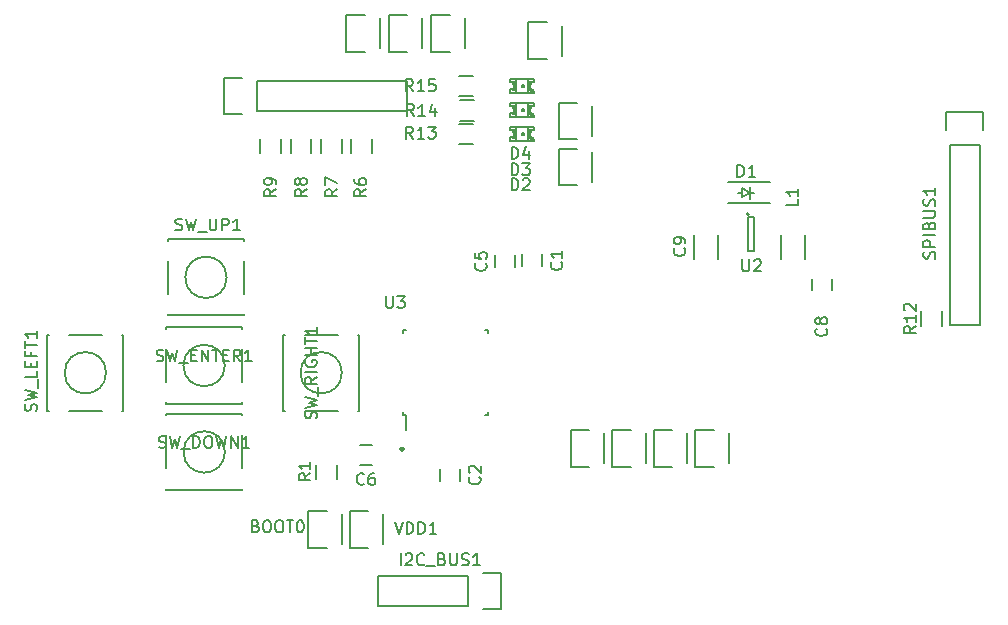
<source format=gto>
G04 #@! TF.FileFunction,Legend,Top*
%FSLAX46Y46*%
G04 Gerber Fmt 4.6, Leading zero omitted, Abs format (unit mm)*
G04 Created by KiCad (PCBNEW (2015-04-17 BZR 5609)-product) date Sunday, 21 June 2015 08:11:59 pm*
%MOMM*%
G01*
G04 APERTURE LIST*
%ADD10C,0.100000*%
%ADD11C,0.300000*%
%ADD12C,0.150000*%
G04 APERTURE END LIST*
D10*
D11*
X144145000Y-119344214D02*
X144073572Y-119415643D01*
X144145000Y-119487071D01*
X144216429Y-119415643D01*
X144145000Y-119344214D01*
X144145000Y-119487071D01*
D12*
X139039600Y-127457200D02*
X139039600Y-124917200D01*
X136219600Y-124637200D02*
X137769600Y-124637200D01*
X136219600Y-124637200D02*
X136219600Y-127737200D01*
X136219600Y-127737200D02*
X137769600Y-127737200D01*
X156031300Y-103916100D02*
X156031300Y-102916100D01*
X154331300Y-102916100D02*
X154331300Y-103916100D01*
X149109800Y-122089800D02*
X149109800Y-121089800D01*
X147409800Y-121089800D02*
X147409800Y-122089800D01*
X153707200Y-103979600D02*
X153707200Y-102979600D01*
X152007200Y-102979600D02*
X152007200Y-103979600D01*
X140597000Y-120738000D02*
X141597000Y-120738000D01*
X141597000Y-119038000D02*
X140597000Y-119038000D01*
X180529600Y-105960800D02*
X180529600Y-104960800D01*
X178829600Y-104960800D02*
X178829600Y-105960800D01*
X170951000Y-103260400D02*
X170951000Y-101260400D01*
X168901000Y-101260400D02*
X168901000Y-103260400D01*
X172961300Y-97688400D02*
X172580300Y-97688400D01*
X173977300Y-97688400D02*
X173596300Y-97688400D01*
X173596300Y-97688400D02*
X172961300Y-98069400D01*
X172961300Y-98069400D02*
X172961300Y-97307400D01*
X172961300Y-97307400D02*
X173596300Y-97688400D01*
X173596300Y-98196400D02*
X173596300Y-97180400D01*
X175278800Y-96788400D02*
X171738800Y-96788400D01*
X175278800Y-98588400D02*
X171738800Y-98588400D01*
X154802840Y-92410280D02*
X154802840Y-92085160D01*
X154802840Y-92085160D02*
X155303220Y-92085160D01*
X155303220Y-92410280D02*
X155303220Y-92085160D01*
X154802840Y-92410280D02*
X155303220Y-92410280D01*
X154802840Y-93032580D02*
X154802840Y-92882720D01*
X154802840Y-92882720D02*
X155054300Y-92882720D01*
X155054300Y-93032580D02*
X155054300Y-92882720D01*
X154802840Y-93032580D02*
X155054300Y-93032580D01*
X154802840Y-92537280D02*
X154802840Y-92387420D01*
X154802840Y-92387420D02*
X155054300Y-92387420D01*
X155054300Y-92537280D02*
X155054300Y-92387420D01*
X154802840Y-92537280D02*
X155054300Y-92537280D01*
X154802840Y-92908120D02*
X154802840Y-92511880D01*
X154802840Y-92511880D02*
X154978100Y-92511880D01*
X154978100Y-92908120D02*
X154978100Y-92511880D01*
X154802840Y-92908120D02*
X154978100Y-92908120D01*
X153306780Y-92410280D02*
X153306780Y-92085160D01*
X153306780Y-92085160D02*
X153807160Y-92085160D01*
X153807160Y-92410280D02*
X153807160Y-92085160D01*
X153306780Y-92410280D02*
X153807160Y-92410280D01*
X153306780Y-93334840D02*
X153306780Y-93009720D01*
X153306780Y-93009720D02*
X153807160Y-93009720D01*
X153807160Y-93334840D02*
X153807160Y-93009720D01*
X153306780Y-93334840D02*
X153807160Y-93334840D01*
X153555700Y-92537280D02*
X153555700Y-92387420D01*
X153555700Y-92387420D02*
X153807160Y-92387420D01*
X153807160Y-92537280D02*
X153807160Y-92387420D01*
X153555700Y-92537280D02*
X153807160Y-92537280D01*
X153555700Y-93032580D02*
X153555700Y-92882720D01*
X153555700Y-92882720D02*
X153807160Y-92882720D01*
X153807160Y-93032580D02*
X153807160Y-92882720D01*
X153555700Y-93032580D02*
X153807160Y-93032580D01*
X153631900Y-92908120D02*
X153631900Y-92511880D01*
X153631900Y-92511880D02*
X153807160Y-92511880D01*
X153807160Y-92908120D02*
X153807160Y-92511880D01*
X153631900Y-92908120D02*
X153807160Y-92908120D01*
X154305000Y-92809060D02*
X154305000Y-92610940D01*
X154305000Y-92610940D02*
X154503120Y-92610940D01*
X154503120Y-92809060D02*
X154503120Y-92610940D01*
X154305000Y-92809060D02*
X154503120Y-92809060D01*
X154802840Y-93309440D02*
X154802840Y-93009720D01*
X154802840Y-93009720D02*
X155102560Y-93009720D01*
X155102560Y-93309440D02*
X155102560Y-93009720D01*
X154802840Y-93309440D02*
X155102560Y-93309440D01*
X155229560Y-93334840D02*
X155229560Y-93108780D01*
X155229560Y-93108780D02*
X155303220Y-93108780D01*
X155303220Y-93334840D02*
X155303220Y-93108780D01*
X155229560Y-93334840D02*
X155303220Y-93334840D01*
X154828240Y-92135960D02*
X153781760Y-92135960D01*
X153807160Y-93284040D02*
X155229560Y-93284040D01*
X155225202Y-93159580D02*
G75*
G03X155225202Y-93159580I-71842J0D01*
G01*
X155303220Y-93057980D02*
G75*
G02X155303220Y-92362020I0J347980D01*
G01*
X153306780Y-92362020D02*
G75*
G02X153306780Y-93057980I0J-347980D01*
G01*
X154802840Y-90378280D02*
X154802840Y-90053160D01*
X154802840Y-90053160D02*
X155303220Y-90053160D01*
X155303220Y-90378280D02*
X155303220Y-90053160D01*
X154802840Y-90378280D02*
X155303220Y-90378280D01*
X154802840Y-91000580D02*
X154802840Y-90850720D01*
X154802840Y-90850720D02*
X155054300Y-90850720D01*
X155054300Y-91000580D02*
X155054300Y-90850720D01*
X154802840Y-91000580D02*
X155054300Y-91000580D01*
X154802840Y-90505280D02*
X154802840Y-90355420D01*
X154802840Y-90355420D02*
X155054300Y-90355420D01*
X155054300Y-90505280D02*
X155054300Y-90355420D01*
X154802840Y-90505280D02*
X155054300Y-90505280D01*
X154802840Y-90876120D02*
X154802840Y-90479880D01*
X154802840Y-90479880D02*
X154978100Y-90479880D01*
X154978100Y-90876120D02*
X154978100Y-90479880D01*
X154802840Y-90876120D02*
X154978100Y-90876120D01*
X153306780Y-90378280D02*
X153306780Y-90053160D01*
X153306780Y-90053160D02*
X153807160Y-90053160D01*
X153807160Y-90378280D02*
X153807160Y-90053160D01*
X153306780Y-90378280D02*
X153807160Y-90378280D01*
X153306780Y-91302840D02*
X153306780Y-90977720D01*
X153306780Y-90977720D02*
X153807160Y-90977720D01*
X153807160Y-91302840D02*
X153807160Y-90977720D01*
X153306780Y-91302840D02*
X153807160Y-91302840D01*
X153555700Y-90505280D02*
X153555700Y-90355420D01*
X153555700Y-90355420D02*
X153807160Y-90355420D01*
X153807160Y-90505280D02*
X153807160Y-90355420D01*
X153555700Y-90505280D02*
X153807160Y-90505280D01*
X153555700Y-91000580D02*
X153555700Y-90850720D01*
X153555700Y-90850720D02*
X153807160Y-90850720D01*
X153807160Y-91000580D02*
X153807160Y-90850720D01*
X153555700Y-91000580D02*
X153807160Y-91000580D01*
X153631900Y-90876120D02*
X153631900Y-90479880D01*
X153631900Y-90479880D02*
X153807160Y-90479880D01*
X153807160Y-90876120D02*
X153807160Y-90479880D01*
X153631900Y-90876120D02*
X153807160Y-90876120D01*
X154305000Y-90777060D02*
X154305000Y-90578940D01*
X154305000Y-90578940D02*
X154503120Y-90578940D01*
X154503120Y-90777060D02*
X154503120Y-90578940D01*
X154305000Y-90777060D02*
X154503120Y-90777060D01*
X154802840Y-91277440D02*
X154802840Y-90977720D01*
X154802840Y-90977720D02*
X155102560Y-90977720D01*
X155102560Y-91277440D02*
X155102560Y-90977720D01*
X154802840Y-91277440D02*
X155102560Y-91277440D01*
X155229560Y-91302840D02*
X155229560Y-91076780D01*
X155229560Y-91076780D02*
X155303220Y-91076780D01*
X155303220Y-91302840D02*
X155303220Y-91076780D01*
X155229560Y-91302840D02*
X155303220Y-91302840D01*
X154828240Y-90103960D02*
X153781760Y-90103960D01*
X153807160Y-91252040D02*
X155229560Y-91252040D01*
X155225202Y-91127580D02*
G75*
G03X155225202Y-91127580I-71842J0D01*
G01*
X155303220Y-91025980D02*
G75*
G02X155303220Y-90330020I0J347980D01*
G01*
X153306780Y-90330020D02*
G75*
G02X153306780Y-91025980I0J-347980D01*
G01*
X154802840Y-88346280D02*
X154802840Y-88021160D01*
X154802840Y-88021160D02*
X155303220Y-88021160D01*
X155303220Y-88346280D02*
X155303220Y-88021160D01*
X154802840Y-88346280D02*
X155303220Y-88346280D01*
X154802840Y-88968580D02*
X154802840Y-88818720D01*
X154802840Y-88818720D02*
X155054300Y-88818720D01*
X155054300Y-88968580D02*
X155054300Y-88818720D01*
X154802840Y-88968580D02*
X155054300Y-88968580D01*
X154802840Y-88473280D02*
X154802840Y-88323420D01*
X154802840Y-88323420D02*
X155054300Y-88323420D01*
X155054300Y-88473280D02*
X155054300Y-88323420D01*
X154802840Y-88473280D02*
X155054300Y-88473280D01*
X154802840Y-88844120D02*
X154802840Y-88447880D01*
X154802840Y-88447880D02*
X154978100Y-88447880D01*
X154978100Y-88844120D02*
X154978100Y-88447880D01*
X154802840Y-88844120D02*
X154978100Y-88844120D01*
X153306780Y-88346280D02*
X153306780Y-88021160D01*
X153306780Y-88021160D02*
X153807160Y-88021160D01*
X153807160Y-88346280D02*
X153807160Y-88021160D01*
X153306780Y-88346280D02*
X153807160Y-88346280D01*
X153306780Y-89270840D02*
X153306780Y-88945720D01*
X153306780Y-88945720D02*
X153807160Y-88945720D01*
X153807160Y-89270840D02*
X153807160Y-88945720D01*
X153306780Y-89270840D02*
X153807160Y-89270840D01*
X153555700Y-88473280D02*
X153555700Y-88323420D01*
X153555700Y-88323420D02*
X153807160Y-88323420D01*
X153807160Y-88473280D02*
X153807160Y-88323420D01*
X153555700Y-88473280D02*
X153807160Y-88473280D01*
X153555700Y-88968580D02*
X153555700Y-88818720D01*
X153555700Y-88818720D02*
X153807160Y-88818720D01*
X153807160Y-88968580D02*
X153807160Y-88818720D01*
X153555700Y-88968580D02*
X153807160Y-88968580D01*
X153631900Y-88844120D02*
X153631900Y-88447880D01*
X153631900Y-88447880D02*
X153807160Y-88447880D01*
X153807160Y-88844120D02*
X153807160Y-88447880D01*
X153631900Y-88844120D02*
X153807160Y-88844120D01*
X154305000Y-88745060D02*
X154305000Y-88546940D01*
X154305000Y-88546940D02*
X154503120Y-88546940D01*
X154503120Y-88745060D02*
X154503120Y-88546940D01*
X154305000Y-88745060D02*
X154503120Y-88745060D01*
X154802840Y-89245440D02*
X154802840Y-88945720D01*
X154802840Y-88945720D02*
X155102560Y-88945720D01*
X155102560Y-89245440D02*
X155102560Y-88945720D01*
X154802840Y-89245440D02*
X155102560Y-89245440D01*
X155229560Y-89270840D02*
X155229560Y-89044780D01*
X155229560Y-89044780D02*
X155303220Y-89044780D01*
X155303220Y-89270840D02*
X155303220Y-89044780D01*
X155229560Y-89270840D02*
X155303220Y-89270840D01*
X154828240Y-88071960D02*
X153781760Y-88071960D01*
X153807160Y-89220040D02*
X155229560Y-89220040D01*
X155225202Y-89095580D02*
G75*
G03X155225202Y-89095580I-71842J0D01*
G01*
X155303220Y-88993980D02*
G75*
G02X155303220Y-88298020I0J347980D01*
G01*
X153306780Y-88298020D02*
G75*
G02X153306780Y-88993980I0J-347980D01*
G01*
X176216200Y-101260400D02*
X176216200Y-103260400D01*
X178266200Y-103260400D02*
X178266200Y-101260400D01*
X131876800Y-90779600D02*
X144576800Y-90779600D01*
X144576800Y-90779600D02*
X144576800Y-88239600D01*
X144576800Y-88239600D02*
X131876800Y-88239600D01*
X129056800Y-91059600D02*
X130606800Y-91059600D01*
X131876800Y-90779600D02*
X131876800Y-88239600D01*
X130606800Y-87959600D02*
X129056800Y-87959600D01*
X129056800Y-87959600D02*
X129056800Y-91059600D01*
X161290000Y-120599200D02*
X161290000Y-118059200D01*
X158470000Y-117779200D02*
X160020000Y-117779200D01*
X158470000Y-117779200D02*
X158470000Y-120879200D01*
X158470000Y-120879200D02*
X160020000Y-120879200D01*
X164795200Y-120599200D02*
X164795200Y-118059200D01*
X161975200Y-117779200D02*
X163525200Y-117779200D01*
X161975200Y-117779200D02*
X161975200Y-120879200D01*
X161975200Y-120879200D02*
X163525200Y-120879200D01*
X168300400Y-120599200D02*
X168300400Y-118059200D01*
X165480400Y-117779200D02*
X167030400Y-117779200D01*
X165480400Y-117779200D02*
X165480400Y-120879200D01*
X165480400Y-120879200D02*
X167030400Y-120879200D01*
X171805600Y-120599200D02*
X171805600Y-118059200D01*
X168985600Y-117779200D02*
X170535600Y-117779200D01*
X168985600Y-117779200D02*
X168985600Y-120879200D01*
X168985600Y-120879200D02*
X170535600Y-120879200D01*
X160270000Y-92870000D02*
X160270000Y-90330000D01*
X157450000Y-90050000D02*
X159000000Y-90050000D01*
X157450000Y-90050000D02*
X157450000Y-93150000D01*
X157450000Y-93150000D02*
X159000000Y-93150000D01*
X157670000Y-86070000D02*
X157670000Y-83530000D01*
X154850000Y-83250000D02*
X156400000Y-83250000D01*
X154850000Y-83250000D02*
X154850000Y-86350000D01*
X154850000Y-86350000D02*
X156400000Y-86350000D01*
X149470000Y-85470000D02*
X149470000Y-82930000D01*
X146650000Y-82650000D02*
X148200000Y-82650000D01*
X146650000Y-82650000D02*
X146650000Y-85750000D01*
X146650000Y-85750000D02*
X148200000Y-85750000D01*
X145870000Y-85470000D02*
X145870000Y-82930000D01*
X143050000Y-82650000D02*
X144600000Y-82650000D01*
X143050000Y-82650000D02*
X143050000Y-85750000D01*
X143050000Y-85750000D02*
X144600000Y-85750000D01*
X142270000Y-85470000D02*
X142270000Y-82930000D01*
X139450000Y-82650000D02*
X141000000Y-82650000D01*
X139450000Y-82650000D02*
X139450000Y-85750000D01*
X139450000Y-85750000D02*
X141000000Y-85750000D01*
X160274000Y-96774000D02*
X160274000Y-94234000D01*
X157454000Y-93954000D02*
X159004000Y-93954000D01*
X157454000Y-93954000D02*
X157454000Y-97054000D01*
X157454000Y-97054000D02*
X159004000Y-97054000D01*
X141591000Y-93126000D02*
X141591000Y-94326000D01*
X139841000Y-94326000D02*
X139841000Y-93126000D01*
X139076400Y-93100600D02*
X139076400Y-94300600D01*
X137326400Y-94300600D02*
X137326400Y-93100600D01*
X136485600Y-93100600D02*
X136485600Y-94300600D01*
X134735600Y-94300600D02*
X134735600Y-93100600D01*
X133920200Y-93126000D02*
X133920200Y-94326000D01*
X132170200Y-94326000D02*
X132170200Y-93126000D01*
X188101000Y-108931000D02*
X188101000Y-107731000D01*
X189851000Y-107731000D02*
X189851000Y-108931000D01*
X150206000Y-93585000D02*
X149006000Y-93585000D01*
X149006000Y-91835000D02*
X150206000Y-91835000D01*
X150244100Y-91629200D02*
X149044100Y-91629200D01*
X149044100Y-89879200D02*
X150244100Y-89879200D01*
X150206000Y-89521000D02*
X149006000Y-89521000D01*
X149006000Y-87771000D02*
X150206000Y-87771000D01*
X129157114Y-119634000D02*
G75*
G03X129157114Y-119634000I-1750714J0D01*
G01*
X130631400Y-116409000D02*
X130631400Y-116534000D01*
X130631400Y-122859000D02*
X130631400Y-122734000D01*
X124181400Y-122859000D02*
X124181400Y-122734000D01*
X124181400Y-116534000D02*
X124181400Y-116409000D01*
X130631400Y-118234000D02*
X130631400Y-121034000D01*
X124181400Y-116409000D02*
X130631400Y-116409000D01*
X124181400Y-118234000D02*
X124181400Y-121034000D01*
X124181400Y-122859000D02*
X130631400Y-122859000D01*
X129157114Y-112318800D02*
G75*
G03X129157114Y-112318800I-1750714J0D01*
G01*
X130631400Y-109093800D02*
X130631400Y-109218800D01*
X130631400Y-115543800D02*
X130631400Y-115418800D01*
X124181400Y-115543800D02*
X124181400Y-115418800D01*
X124181400Y-109218800D02*
X124181400Y-109093800D01*
X130631400Y-110918800D02*
X130631400Y-113718800D01*
X124181400Y-109093800D02*
X130631400Y-109093800D01*
X124181400Y-110918800D02*
X124181400Y-113718800D01*
X124181400Y-115543800D02*
X130631400Y-115543800D01*
X119098714Y-112928400D02*
G75*
G03X119098714Y-112928400I-1750714J0D01*
G01*
X114123000Y-109703400D02*
X114248000Y-109703400D01*
X120573000Y-109703400D02*
X120448000Y-109703400D01*
X120573000Y-116153400D02*
X120448000Y-116153400D01*
X114248000Y-116153400D02*
X114123000Y-116153400D01*
X115948000Y-109703400D02*
X118748000Y-109703400D01*
X114123000Y-116153400D02*
X114123000Y-109703400D01*
X115948000Y-116153400D02*
X118748000Y-116153400D01*
X120573000Y-116153400D02*
X120573000Y-109703400D01*
X139063114Y-112928400D02*
G75*
G03X139063114Y-112928400I-1750714J0D01*
G01*
X134087400Y-109703400D02*
X134212400Y-109703400D01*
X140537400Y-109703400D02*
X140412400Y-109703400D01*
X140537400Y-116153400D02*
X140412400Y-116153400D01*
X134212400Y-116153400D02*
X134087400Y-116153400D01*
X135912400Y-109703400D02*
X138712400Y-109703400D01*
X134087400Y-116153400D02*
X134087400Y-109703400D01*
X135912400Y-116153400D02*
X138712400Y-116153400D01*
X140537400Y-116153400D02*
X140537400Y-109703400D01*
X129309514Y-104851200D02*
G75*
G03X129309514Y-104851200I-1750714J0D01*
G01*
X130783800Y-101626200D02*
X130783800Y-101751200D01*
X130783800Y-108076200D02*
X130783800Y-107951200D01*
X124333800Y-108076200D02*
X124333800Y-107951200D01*
X124333800Y-101751200D02*
X124333800Y-101626200D01*
X130783800Y-103451200D02*
X130783800Y-106251200D01*
X124333800Y-101626200D02*
X130783800Y-101626200D01*
X124333800Y-103451200D02*
X124333800Y-106251200D01*
X124333800Y-108076200D02*
X130783800Y-108076200D01*
X173536000Y-99493600D02*
G75*
G03X173536000Y-99493600I-100000J0D01*
G01*
X173986000Y-99743600D02*
X173486000Y-99743600D01*
X173986000Y-102643600D02*
X173986000Y-99743600D01*
X173486000Y-102643600D02*
X173986000Y-102643600D01*
X173486000Y-99743600D02*
X173486000Y-102643600D01*
X144203000Y-116528000D02*
X144503000Y-116528000D01*
X144203000Y-109278000D02*
X144503000Y-109278000D01*
X151453000Y-109278000D02*
X151153000Y-109278000D01*
X151453000Y-116528000D02*
X151153000Y-116528000D01*
X144203000Y-116528000D02*
X144203000Y-116228000D01*
X151453000Y-116528000D02*
X151453000Y-116228000D01*
X151453000Y-109278000D02*
X151453000Y-109578000D01*
X144203000Y-109278000D02*
X144203000Y-109578000D01*
X144503000Y-116528000D02*
X144503000Y-117753000D01*
X149730000Y-130130000D02*
X142110000Y-130130000D01*
X149730000Y-132670000D02*
X142110000Y-132670000D01*
X152550000Y-132950000D02*
X151000000Y-132950000D01*
X142110000Y-130130000D02*
X142110000Y-132670000D01*
X149730000Y-132670000D02*
X149730000Y-130130000D01*
X151000000Y-129850000D02*
X152550000Y-129850000D01*
X152550000Y-129850000D02*
X152550000Y-132950000D01*
X136894600Y-121910400D02*
X136894600Y-120710400D01*
X138644600Y-120710400D02*
X138644600Y-121910400D01*
X142544800Y-127457200D02*
X142544800Y-124917200D01*
X139724800Y-124637200D02*
X141274800Y-124637200D01*
X139724800Y-124637200D02*
X139724800Y-127737200D01*
X139724800Y-127737200D02*
X141274800Y-127737200D01*
X193070000Y-93670000D02*
X193070000Y-108910000D01*
X193070000Y-108910000D02*
X190530000Y-108910000D01*
X190530000Y-108910000D02*
X190530000Y-93670000D01*
X193350000Y-90850000D02*
X193350000Y-92400000D01*
X193070000Y-93670000D02*
X190530000Y-93670000D01*
X190250000Y-92400000D02*
X190250000Y-90850000D01*
X190250000Y-90850000D02*
X193350000Y-90850000D01*
X131770667Y-125912571D02*
X131913524Y-125960190D01*
X131961143Y-126007810D01*
X132008762Y-126103048D01*
X132008762Y-126245905D01*
X131961143Y-126341143D01*
X131913524Y-126388762D01*
X131818286Y-126436381D01*
X131437333Y-126436381D01*
X131437333Y-125436381D01*
X131770667Y-125436381D01*
X131865905Y-125484000D01*
X131913524Y-125531619D01*
X131961143Y-125626857D01*
X131961143Y-125722095D01*
X131913524Y-125817333D01*
X131865905Y-125864952D01*
X131770667Y-125912571D01*
X131437333Y-125912571D01*
X132627809Y-125436381D02*
X132818286Y-125436381D01*
X132913524Y-125484000D01*
X133008762Y-125579238D01*
X133056381Y-125769714D01*
X133056381Y-126103048D01*
X133008762Y-126293524D01*
X132913524Y-126388762D01*
X132818286Y-126436381D01*
X132627809Y-126436381D01*
X132532571Y-126388762D01*
X132437333Y-126293524D01*
X132389714Y-126103048D01*
X132389714Y-125769714D01*
X132437333Y-125579238D01*
X132532571Y-125484000D01*
X132627809Y-125436381D01*
X133675428Y-125436381D02*
X133865905Y-125436381D01*
X133961143Y-125484000D01*
X134056381Y-125579238D01*
X134104000Y-125769714D01*
X134104000Y-126103048D01*
X134056381Y-126293524D01*
X133961143Y-126388762D01*
X133865905Y-126436381D01*
X133675428Y-126436381D01*
X133580190Y-126388762D01*
X133484952Y-126293524D01*
X133437333Y-126103048D01*
X133437333Y-125769714D01*
X133484952Y-125579238D01*
X133580190Y-125484000D01*
X133675428Y-125436381D01*
X134389714Y-125436381D02*
X134961143Y-125436381D01*
X134675428Y-126436381D02*
X134675428Y-125436381D01*
X135484952Y-125436381D02*
X135580191Y-125436381D01*
X135675429Y-125484000D01*
X135723048Y-125531619D01*
X135770667Y-125626857D01*
X135818286Y-125817333D01*
X135818286Y-126055429D01*
X135770667Y-126245905D01*
X135723048Y-126341143D01*
X135675429Y-126388762D01*
X135580191Y-126436381D01*
X135484952Y-126436381D01*
X135389714Y-126388762D01*
X135342095Y-126341143D01*
X135294476Y-126245905D01*
X135246857Y-126055429D01*
X135246857Y-125817333D01*
X135294476Y-125626857D01*
X135342095Y-125531619D01*
X135389714Y-125484000D01*
X135484952Y-125436381D01*
X157638443Y-103582766D02*
X157686062Y-103630385D01*
X157733681Y-103773242D01*
X157733681Y-103868480D01*
X157686062Y-104011338D01*
X157590824Y-104106576D01*
X157495586Y-104154195D01*
X157305110Y-104201814D01*
X157162252Y-104201814D01*
X156971776Y-104154195D01*
X156876538Y-104106576D01*
X156781300Y-104011338D01*
X156733681Y-103868480D01*
X156733681Y-103773242D01*
X156781300Y-103630385D01*
X156828919Y-103582766D01*
X157733681Y-102630385D02*
X157733681Y-103201814D01*
X157733681Y-102916100D02*
X156733681Y-102916100D01*
X156876538Y-103011338D01*
X156971776Y-103106576D01*
X157019395Y-103201814D01*
X150716943Y-121756466D02*
X150764562Y-121804085D01*
X150812181Y-121946942D01*
X150812181Y-122042180D01*
X150764562Y-122185038D01*
X150669324Y-122280276D01*
X150574086Y-122327895D01*
X150383610Y-122375514D01*
X150240752Y-122375514D01*
X150050276Y-122327895D01*
X149955038Y-122280276D01*
X149859800Y-122185038D01*
X149812181Y-122042180D01*
X149812181Y-121946942D01*
X149859800Y-121804085D01*
X149907419Y-121756466D01*
X149907419Y-121375514D02*
X149859800Y-121327895D01*
X149812181Y-121232657D01*
X149812181Y-120994561D01*
X149859800Y-120899323D01*
X149907419Y-120851704D01*
X150002657Y-120804085D01*
X150097895Y-120804085D01*
X150240752Y-120851704D01*
X150812181Y-121423133D01*
X150812181Y-120804085D01*
X151233143Y-103671666D02*
X151280762Y-103719285D01*
X151328381Y-103862142D01*
X151328381Y-103957380D01*
X151280762Y-104100238D01*
X151185524Y-104195476D01*
X151090286Y-104243095D01*
X150899810Y-104290714D01*
X150756952Y-104290714D01*
X150566476Y-104243095D01*
X150471238Y-104195476D01*
X150376000Y-104100238D01*
X150328381Y-103957380D01*
X150328381Y-103862142D01*
X150376000Y-103719285D01*
X150423619Y-103671666D01*
X150328381Y-102766904D02*
X150328381Y-103243095D01*
X150804571Y-103290714D01*
X150756952Y-103243095D01*
X150709333Y-103147857D01*
X150709333Y-102909761D01*
X150756952Y-102814523D01*
X150804571Y-102766904D01*
X150899810Y-102719285D01*
X151137905Y-102719285D01*
X151233143Y-102766904D01*
X151280762Y-102814523D01*
X151328381Y-102909761D01*
X151328381Y-103147857D01*
X151280762Y-103243095D01*
X151233143Y-103290714D01*
X140930334Y-122340643D02*
X140882715Y-122388262D01*
X140739858Y-122435881D01*
X140644620Y-122435881D01*
X140501762Y-122388262D01*
X140406524Y-122293024D01*
X140358905Y-122197786D01*
X140311286Y-122007310D01*
X140311286Y-121864452D01*
X140358905Y-121673976D01*
X140406524Y-121578738D01*
X140501762Y-121483500D01*
X140644620Y-121435881D01*
X140739858Y-121435881D01*
X140882715Y-121483500D01*
X140930334Y-121531119D01*
X141787477Y-121435881D02*
X141597000Y-121435881D01*
X141501762Y-121483500D01*
X141454143Y-121531119D01*
X141358905Y-121673976D01*
X141311286Y-121864452D01*
X141311286Y-122245405D01*
X141358905Y-122340643D01*
X141406524Y-122388262D01*
X141501762Y-122435881D01*
X141692239Y-122435881D01*
X141787477Y-122388262D01*
X141835096Y-122340643D01*
X141882715Y-122245405D01*
X141882715Y-122007310D01*
X141835096Y-121912071D01*
X141787477Y-121864452D01*
X141692239Y-121816833D01*
X141501762Y-121816833D01*
X141406524Y-121864452D01*
X141358905Y-121912071D01*
X141311286Y-122007310D01*
X180062143Y-109196166D02*
X180109762Y-109243785D01*
X180157381Y-109386642D01*
X180157381Y-109481880D01*
X180109762Y-109624738D01*
X180014524Y-109719976D01*
X179919286Y-109767595D01*
X179728810Y-109815214D01*
X179585952Y-109815214D01*
X179395476Y-109767595D01*
X179300238Y-109719976D01*
X179205000Y-109624738D01*
X179157381Y-109481880D01*
X179157381Y-109386642D01*
X179205000Y-109243785D01*
X179252619Y-109196166D01*
X179585952Y-108624738D02*
X179538333Y-108719976D01*
X179490714Y-108767595D01*
X179395476Y-108815214D01*
X179347857Y-108815214D01*
X179252619Y-108767595D01*
X179205000Y-108719976D01*
X179157381Y-108624738D01*
X179157381Y-108434261D01*
X179205000Y-108339023D01*
X179252619Y-108291404D01*
X179347857Y-108243785D01*
X179395476Y-108243785D01*
X179490714Y-108291404D01*
X179538333Y-108339023D01*
X179585952Y-108434261D01*
X179585952Y-108624738D01*
X179633571Y-108719976D01*
X179681190Y-108767595D01*
X179776429Y-108815214D01*
X179966905Y-108815214D01*
X180062143Y-108767595D01*
X180109762Y-108719976D01*
X180157381Y-108624738D01*
X180157381Y-108434261D01*
X180109762Y-108339023D01*
X180062143Y-108291404D01*
X179966905Y-108243785D01*
X179776429Y-108243785D01*
X179681190Y-108291404D01*
X179633571Y-108339023D01*
X179585952Y-108434261D01*
X168060643Y-102401666D02*
X168108262Y-102449285D01*
X168155881Y-102592142D01*
X168155881Y-102687380D01*
X168108262Y-102830238D01*
X168013024Y-102925476D01*
X167917786Y-102973095D01*
X167727310Y-103020714D01*
X167584452Y-103020714D01*
X167393976Y-102973095D01*
X167298738Y-102925476D01*
X167203500Y-102830238D01*
X167155881Y-102687380D01*
X167155881Y-102592142D01*
X167203500Y-102449285D01*
X167251119Y-102401666D01*
X168155881Y-101925476D02*
X168155881Y-101735000D01*
X168108262Y-101639761D01*
X168060643Y-101592142D01*
X167917786Y-101496904D01*
X167727310Y-101449285D01*
X167346357Y-101449285D01*
X167251119Y-101496904D01*
X167203500Y-101544523D01*
X167155881Y-101639761D01*
X167155881Y-101830238D01*
X167203500Y-101925476D01*
X167251119Y-101973095D01*
X167346357Y-102020714D01*
X167584452Y-102020714D01*
X167679690Y-101973095D01*
X167727310Y-101925476D01*
X167774929Y-101830238D01*
X167774929Y-101639761D01*
X167727310Y-101544523D01*
X167679690Y-101496904D01*
X167584452Y-101449285D01*
X172553405Y-96337381D02*
X172553405Y-95337381D01*
X172791500Y-95337381D01*
X172934358Y-95385000D01*
X173029596Y-95480238D01*
X173077215Y-95575476D01*
X173124834Y-95765952D01*
X173124834Y-95908810D01*
X173077215Y-96099286D01*
X173029596Y-96194524D01*
X172934358Y-96289762D01*
X172791500Y-96337381D01*
X172553405Y-96337381D01*
X174077215Y-96337381D02*
X173505786Y-96337381D01*
X173791500Y-96337381D02*
X173791500Y-95337381D01*
X173696262Y-95480238D01*
X173601024Y-95575476D01*
X173505786Y-95623095D01*
X153439905Y-97480381D02*
X153439905Y-96480381D01*
X153678000Y-96480381D01*
X153820858Y-96528000D01*
X153916096Y-96623238D01*
X153963715Y-96718476D01*
X154011334Y-96908952D01*
X154011334Y-97051810D01*
X153963715Y-97242286D01*
X153916096Y-97337524D01*
X153820858Y-97432762D01*
X153678000Y-97480381D01*
X153439905Y-97480381D01*
X154392286Y-96575619D02*
X154439905Y-96528000D01*
X154535143Y-96480381D01*
X154773239Y-96480381D01*
X154868477Y-96528000D01*
X154916096Y-96575619D01*
X154963715Y-96670857D01*
X154963715Y-96766095D01*
X154916096Y-96908952D01*
X154344667Y-97480381D01*
X154963715Y-97480381D01*
X153439905Y-96210381D02*
X153439905Y-95210381D01*
X153678000Y-95210381D01*
X153820858Y-95258000D01*
X153916096Y-95353238D01*
X153963715Y-95448476D01*
X154011334Y-95638952D01*
X154011334Y-95781810D01*
X153963715Y-95972286D01*
X153916096Y-96067524D01*
X153820858Y-96162762D01*
X153678000Y-96210381D01*
X153439905Y-96210381D01*
X154344667Y-95210381D02*
X154963715Y-95210381D01*
X154630381Y-95591333D01*
X154773239Y-95591333D01*
X154868477Y-95638952D01*
X154916096Y-95686571D01*
X154963715Y-95781810D01*
X154963715Y-96019905D01*
X154916096Y-96115143D01*
X154868477Y-96162762D01*
X154773239Y-96210381D01*
X154487524Y-96210381D01*
X154392286Y-96162762D01*
X154344667Y-96115143D01*
X153439905Y-94813381D02*
X153439905Y-93813381D01*
X153678000Y-93813381D01*
X153820858Y-93861000D01*
X153916096Y-93956238D01*
X153963715Y-94051476D01*
X154011334Y-94241952D01*
X154011334Y-94384810D01*
X153963715Y-94575286D01*
X153916096Y-94670524D01*
X153820858Y-94765762D01*
X153678000Y-94813381D01*
X153439905Y-94813381D01*
X154868477Y-94146714D02*
X154868477Y-94813381D01*
X154630381Y-93765762D02*
X154392286Y-94480048D01*
X155011334Y-94480048D01*
X177680881Y-98210666D02*
X177680881Y-98686857D01*
X176680881Y-98686857D01*
X177680881Y-97353523D02*
X177680881Y-97924952D01*
X177680881Y-97639238D02*
X176680881Y-97639238D01*
X176823738Y-97734476D01*
X176918976Y-97829714D01*
X176966595Y-97924952D01*
X141117581Y-97397866D02*
X140641390Y-97731200D01*
X141117581Y-97969295D02*
X140117581Y-97969295D01*
X140117581Y-97588342D01*
X140165200Y-97493104D01*
X140212819Y-97445485D01*
X140308057Y-97397866D01*
X140450914Y-97397866D01*
X140546152Y-97445485D01*
X140593771Y-97493104D01*
X140641390Y-97588342D01*
X140641390Y-97969295D01*
X140117581Y-96540723D02*
X140117581Y-96731200D01*
X140165200Y-96826438D01*
X140212819Y-96874057D01*
X140355676Y-96969295D01*
X140546152Y-97016914D01*
X140927105Y-97016914D01*
X141022343Y-96969295D01*
X141069962Y-96921676D01*
X141117581Y-96826438D01*
X141117581Y-96635961D01*
X141069962Y-96540723D01*
X141022343Y-96493104D01*
X140927105Y-96445485D01*
X140689010Y-96445485D01*
X140593771Y-96493104D01*
X140546152Y-96540723D01*
X140498533Y-96635961D01*
X140498533Y-96826438D01*
X140546152Y-96921676D01*
X140593771Y-96969295D01*
X140689010Y-97016914D01*
X138679181Y-97397866D02*
X138202990Y-97731200D01*
X138679181Y-97969295D02*
X137679181Y-97969295D01*
X137679181Y-97588342D01*
X137726800Y-97493104D01*
X137774419Y-97445485D01*
X137869657Y-97397866D01*
X138012514Y-97397866D01*
X138107752Y-97445485D01*
X138155371Y-97493104D01*
X138202990Y-97588342D01*
X138202990Y-97969295D01*
X137679181Y-97064533D02*
X137679181Y-96397866D01*
X138679181Y-96826438D01*
X136088381Y-97397866D02*
X135612190Y-97731200D01*
X136088381Y-97969295D02*
X135088381Y-97969295D01*
X135088381Y-97588342D01*
X135136000Y-97493104D01*
X135183619Y-97445485D01*
X135278857Y-97397866D01*
X135421714Y-97397866D01*
X135516952Y-97445485D01*
X135564571Y-97493104D01*
X135612190Y-97588342D01*
X135612190Y-97969295D01*
X135516952Y-96826438D02*
X135469333Y-96921676D01*
X135421714Y-96969295D01*
X135326476Y-97016914D01*
X135278857Y-97016914D01*
X135183619Y-96969295D01*
X135136000Y-96921676D01*
X135088381Y-96826438D01*
X135088381Y-96635961D01*
X135136000Y-96540723D01*
X135183619Y-96493104D01*
X135278857Y-96445485D01*
X135326476Y-96445485D01*
X135421714Y-96493104D01*
X135469333Y-96540723D01*
X135516952Y-96635961D01*
X135516952Y-96826438D01*
X135564571Y-96921676D01*
X135612190Y-96969295D01*
X135707429Y-97016914D01*
X135897905Y-97016914D01*
X135993143Y-96969295D01*
X136040762Y-96921676D01*
X136088381Y-96826438D01*
X136088381Y-96635961D01*
X136040762Y-96540723D01*
X135993143Y-96493104D01*
X135897905Y-96445485D01*
X135707429Y-96445485D01*
X135612190Y-96493104D01*
X135564571Y-96540723D01*
X135516952Y-96635961D01*
X133497581Y-97397866D02*
X133021390Y-97731200D01*
X133497581Y-97969295D02*
X132497581Y-97969295D01*
X132497581Y-97588342D01*
X132545200Y-97493104D01*
X132592819Y-97445485D01*
X132688057Y-97397866D01*
X132830914Y-97397866D01*
X132926152Y-97445485D01*
X132973771Y-97493104D01*
X133021390Y-97588342D01*
X133021390Y-97969295D01*
X133497581Y-96921676D02*
X133497581Y-96731200D01*
X133449962Y-96635961D01*
X133402343Y-96588342D01*
X133259486Y-96493104D01*
X133069010Y-96445485D01*
X132688057Y-96445485D01*
X132592819Y-96493104D01*
X132545200Y-96540723D01*
X132497581Y-96635961D01*
X132497581Y-96826438D01*
X132545200Y-96921676D01*
X132592819Y-96969295D01*
X132688057Y-97016914D01*
X132926152Y-97016914D01*
X133021390Y-96969295D01*
X133069010Y-96921676D01*
X133116629Y-96826438D01*
X133116629Y-96635961D01*
X133069010Y-96540723D01*
X133021390Y-96493104D01*
X132926152Y-96445485D01*
X187650381Y-108973857D02*
X187174190Y-109307191D01*
X187650381Y-109545286D02*
X186650381Y-109545286D01*
X186650381Y-109164333D01*
X186698000Y-109069095D01*
X186745619Y-109021476D01*
X186840857Y-108973857D01*
X186983714Y-108973857D01*
X187078952Y-109021476D01*
X187126571Y-109069095D01*
X187174190Y-109164333D01*
X187174190Y-109545286D01*
X187650381Y-108021476D02*
X187650381Y-108592905D01*
X187650381Y-108307191D02*
X186650381Y-108307191D01*
X186793238Y-108402429D01*
X186888476Y-108497667D01*
X186936095Y-108592905D01*
X186745619Y-107640524D02*
X186698000Y-107592905D01*
X186650381Y-107497667D01*
X186650381Y-107259571D01*
X186698000Y-107164333D01*
X186745619Y-107116714D01*
X186840857Y-107069095D01*
X186936095Y-107069095D01*
X187078952Y-107116714D01*
X187650381Y-107688143D01*
X187650381Y-107069095D01*
X145089643Y-93098881D02*
X144756309Y-92622690D01*
X144518214Y-93098881D02*
X144518214Y-92098881D01*
X144899167Y-92098881D01*
X144994405Y-92146500D01*
X145042024Y-92194119D01*
X145089643Y-92289357D01*
X145089643Y-92432214D01*
X145042024Y-92527452D01*
X144994405Y-92575071D01*
X144899167Y-92622690D01*
X144518214Y-92622690D01*
X146042024Y-93098881D02*
X145470595Y-93098881D01*
X145756309Y-93098881D02*
X145756309Y-92098881D01*
X145661071Y-92241738D01*
X145565833Y-92336976D01*
X145470595Y-92384595D01*
X146375357Y-92098881D02*
X146994405Y-92098881D01*
X146661071Y-92479833D01*
X146803929Y-92479833D01*
X146899167Y-92527452D01*
X146946786Y-92575071D01*
X146994405Y-92670310D01*
X146994405Y-92908405D01*
X146946786Y-93003643D01*
X146899167Y-93051262D01*
X146803929Y-93098881D01*
X146518214Y-93098881D01*
X146422976Y-93051262D01*
X146375357Y-93003643D01*
X145153143Y-91193881D02*
X144819809Y-90717690D01*
X144581714Y-91193881D02*
X144581714Y-90193881D01*
X144962667Y-90193881D01*
X145057905Y-90241500D01*
X145105524Y-90289119D01*
X145153143Y-90384357D01*
X145153143Y-90527214D01*
X145105524Y-90622452D01*
X145057905Y-90670071D01*
X144962667Y-90717690D01*
X144581714Y-90717690D01*
X146105524Y-91193881D02*
X145534095Y-91193881D01*
X145819809Y-91193881D02*
X145819809Y-90193881D01*
X145724571Y-90336738D01*
X145629333Y-90431976D01*
X145534095Y-90479595D01*
X146962667Y-90527214D02*
X146962667Y-91193881D01*
X146724571Y-90146262D02*
X146486476Y-90860548D01*
X147105524Y-90860548D01*
X145089643Y-89098381D02*
X144756309Y-88622190D01*
X144518214Y-89098381D02*
X144518214Y-88098381D01*
X144899167Y-88098381D01*
X144994405Y-88146000D01*
X145042024Y-88193619D01*
X145089643Y-88288857D01*
X145089643Y-88431714D01*
X145042024Y-88526952D01*
X144994405Y-88574571D01*
X144899167Y-88622190D01*
X144518214Y-88622190D01*
X146042024Y-89098381D02*
X145470595Y-89098381D01*
X145756309Y-89098381D02*
X145756309Y-88098381D01*
X145661071Y-88241238D01*
X145565833Y-88336476D01*
X145470595Y-88384095D01*
X146946786Y-88098381D02*
X146470595Y-88098381D01*
X146422976Y-88574571D01*
X146470595Y-88526952D01*
X146565833Y-88479333D01*
X146803929Y-88479333D01*
X146899167Y-88526952D01*
X146946786Y-88574571D01*
X146994405Y-88669810D01*
X146994405Y-88907905D01*
X146946786Y-89003143D01*
X146899167Y-89050762D01*
X146803929Y-89098381D01*
X146565833Y-89098381D01*
X146470595Y-89050762D01*
X146422976Y-89003143D01*
X123573067Y-119238762D02*
X123715924Y-119286381D01*
X123954020Y-119286381D01*
X124049258Y-119238762D01*
X124096877Y-119191143D01*
X124144496Y-119095905D01*
X124144496Y-119000667D01*
X124096877Y-118905429D01*
X124049258Y-118857810D01*
X123954020Y-118810190D01*
X123763543Y-118762571D01*
X123668305Y-118714952D01*
X123620686Y-118667333D01*
X123573067Y-118572095D01*
X123573067Y-118476857D01*
X123620686Y-118381619D01*
X123668305Y-118334000D01*
X123763543Y-118286381D01*
X124001639Y-118286381D01*
X124144496Y-118334000D01*
X124477829Y-118286381D02*
X124715924Y-119286381D01*
X124906401Y-118572095D01*
X125096877Y-119286381D01*
X125334972Y-118286381D01*
X125477829Y-119381619D02*
X126239734Y-119381619D01*
X126477829Y-119286381D02*
X126477829Y-118286381D01*
X126715924Y-118286381D01*
X126858782Y-118334000D01*
X126954020Y-118429238D01*
X127001639Y-118524476D01*
X127049258Y-118714952D01*
X127049258Y-118857810D01*
X127001639Y-119048286D01*
X126954020Y-119143524D01*
X126858782Y-119238762D01*
X126715924Y-119286381D01*
X126477829Y-119286381D01*
X127668305Y-118286381D02*
X127858782Y-118286381D01*
X127954020Y-118334000D01*
X128049258Y-118429238D01*
X128096877Y-118619714D01*
X128096877Y-118953048D01*
X128049258Y-119143524D01*
X127954020Y-119238762D01*
X127858782Y-119286381D01*
X127668305Y-119286381D01*
X127573067Y-119238762D01*
X127477829Y-119143524D01*
X127430210Y-118953048D01*
X127430210Y-118619714D01*
X127477829Y-118429238D01*
X127573067Y-118334000D01*
X127668305Y-118286381D01*
X128430210Y-118286381D02*
X128668305Y-119286381D01*
X128858782Y-118572095D01*
X129049258Y-119286381D01*
X129287353Y-118286381D01*
X129668305Y-119286381D02*
X129668305Y-118286381D01*
X130239734Y-119286381D01*
X130239734Y-118286381D01*
X131239734Y-119286381D02*
X130668305Y-119286381D01*
X130954019Y-119286381D02*
X130954019Y-118286381D01*
X130858781Y-118429238D01*
X130763543Y-118524476D01*
X130668305Y-118572095D01*
X123382590Y-111923562D02*
X123525447Y-111971181D01*
X123763543Y-111971181D01*
X123858781Y-111923562D01*
X123906400Y-111875943D01*
X123954019Y-111780705D01*
X123954019Y-111685467D01*
X123906400Y-111590229D01*
X123858781Y-111542610D01*
X123763543Y-111494990D01*
X123573066Y-111447371D01*
X123477828Y-111399752D01*
X123430209Y-111352133D01*
X123382590Y-111256895D01*
X123382590Y-111161657D01*
X123430209Y-111066419D01*
X123477828Y-111018800D01*
X123573066Y-110971181D01*
X123811162Y-110971181D01*
X123954019Y-111018800D01*
X124287352Y-110971181D02*
X124525447Y-111971181D01*
X124715924Y-111256895D01*
X124906400Y-111971181D01*
X125144495Y-110971181D01*
X125287352Y-112066419D02*
X126049257Y-112066419D01*
X126287352Y-111447371D02*
X126620686Y-111447371D01*
X126763543Y-111971181D02*
X126287352Y-111971181D01*
X126287352Y-110971181D01*
X126763543Y-110971181D01*
X127192114Y-111971181D02*
X127192114Y-110971181D01*
X127763543Y-111971181D01*
X127763543Y-110971181D01*
X128096876Y-110971181D02*
X128668305Y-110971181D01*
X128382590Y-111971181D02*
X128382590Y-110971181D01*
X129001638Y-111447371D02*
X129334972Y-111447371D01*
X129477829Y-111971181D02*
X129001638Y-111971181D01*
X129001638Y-110971181D01*
X129477829Y-110971181D01*
X130477829Y-111971181D02*
X130144495Y-111494990D01*
X129906400Y-111971181D02*
X129906400Y-110971181D01*
X130287353Y-110971181D01*
X130382591Y-111018800D01*
X130430210Y-111066419D01*
X130477829Y-111161657D01*
X130477829Y-111304514D01*
X130430210Y-111399752D01*
X130382591Y-111447371D01*
X130287353Y-111494990D01*
X129906400Y-111494990D01*
X131430210Y-111971181D02*
X130858781Y-111971181D01*
X131144495Y-111971181D02*
X131144495Y-110971181D01*
X131049257Y-111114038D01*
X130954019Y-111209276D01*
X130858781Y-111256895D01*
X113180762Y-116156953D02*
X113228381Y-116014096D01*
X113228381Y-115776000D01*
X113180762Y-115680762D01*
X113133143Y-115633143D01*
X113037905Y-115585524D01*
X112942667Y-115585524D01*
X112847429Y-115633143D01*
X112799810Y-115680762D01*
X112752190Y-115776000D01*
X112704571Y-115966477D01*
X112656952Y-116061715D01*
X112609333Y-116109334D01*
X112514095Y-116156953D01*
X112418857Y-116156953D01*
X112323619Y-116109334D01*
X112276000Y-116061715D01*
X112228381Y-115966477D01*
X112228381Y-115728381D01*
X112276000Y-115585524D01*
X112228381Y-115252191D02*
X113228381Y-115014096D01*
X112514095Y-114823619D01*
X113228381Y-114633143D01*
X112228381Y-114395048D01*
X113323619Y-114252191D02*
X113323619Y-113490286D01*
X113228381Y-112776000D02*
X113228381Y-113252191D01*
X112228381Y-113252191D01*
X112704571Y-112442667D02*
X112704571Y-112109333D01*
X113228381Y-111966476D02*
X113228381Y-112442667D01*
X112228381Y-112442667D01*
X112228381Y-111966476D01*
X112704571Y-111204571D02*
X112704571Y-111537905D01*
X113228381Y-111537905D02*
X112228381Y-111537905D01*
X112228381Y-111061714D01*
X112228381Y-110823619D02*
X112228381Y-110252190D01*
X113228381Y-110537905D02*
X112228381Y-110537905D01*
X113228381Y-109395047D02*
X113228381Y-109966476D01*
X113228381Y-109680762D02*
X112228381Y-109680762D01*
X112371238Y-109776000D01*
X112466476Y-109871238D01*
X112514095Y-109966476D01*
X136917162Y-116785543D02*
X136964781Y-116642686D01*
X136964781Y-116404590D01*
X136917162Y-116309352D01*
X136869543Y-116261733D01*
X136774305Y-116214114D01*
X136679067Y-116214114D01*
X136583829Y-116261733D01*
X136536210Y-116309352D01*
X136488590Y-116404590D01*
X136440971Y-116595067D01*
X136393352Y-116690305D01*
X136345733Y-116737924D01*
X136250495Y-116785543D01*
X136155257Y-116785543D01*
X136060019Y-116737924D01*
X136012400Y-116690305D01*
X135964781Y-116595067D01*
X135964781Y-116356971D01*
X136012400Y-116214114D01*
X135964781Y-115880781D02*
X136964781Y-115642686D01*
X136250495Y-115452209D01*
X136964781Y-115261733D01*
X135964781Y-115023638D01*
X137060019Y-114880781D02*
X137060019Y-114118876D01*
X136964781Y-113309352D02*
X136488590Y-113642686D01*
X136964781Y-113880781D02*
X135964781Y-113880781D01*
X135964781Y-113499828D01*
X136012400Y-113404590D01*
X136060019Y-113356971D01*
X136155257Y-113309352D01*
X136298114Y-113309352D01*
X136393352Y-113356971D01*
X136440971Y-113404590D01*
X136488590Y-113499828D01*
X136488590Y-113880781D01*
X136964781Y-112880781D02*
X135964781Y-112880781D01*
X136012400Y-111880781D02*
X135964781Y-111976019D01*
X135964781Y-112118876D01*
X136012400Y-112261734D01*
X136107638Y-112356972D01*
X136202876Y-112404591D01*
X136393352Y-112452210D01*
X136536210Y-112452210D01*
X136726686Y-112404591D01*
X136821924Y-112356972D01*
X136917162Y-112261734D01*
X136964781Y-112118876D01*
X136964781Y-112023638D01*
X136917162Y-111880781D01*
X136869543Y-111833162D01*
X136536210Y-111833162D01*
X136536210Y-112023638D01*
X136964781Y-111404591D02*
X135964781Y-111404591D01*
X136440971Y-111404591D02*
X136440971Y-110833162D01*
X136964781Y-110833162D02*
X135964781Y-110833162D01*
X135964781Y-110499829D02*
X135964781Y-109928400D01*
X136964781Y-110214115D02*
X135964781Y-110214115D01*
X136964781Y-109071257D02*
X136964781Y-109642686D01*
X136964781Y-109356972D02*
X135964781Y-109356972D01*
X136107638Y-109452210D01*
X136202876Y-109547448D01*
X136250495Y-109642686D01*
X124973105Y-100836362D02*
X125115962Y-100883981D01*
X125354058Y-100883981D01*
X125449296Y-100836362D01*
X125496915Y-100788743D01*
X125544534Y-100693505D01*
X125544534Y-100598267D01*
X125496915Y-100503029D01*
X125449296Y-100455410D01*
X125354058Y-100407790D01*
X125163581Y-100360171D01*
X125068343Y-100312552D01*
X125020724Y-100264933D01*
X124973105Y-100169695D01*
X124973105Y-100074457D01*
X125020724Y-99979219D01*
X125068343Y-99931600D01*
X125163581Y-99883981D01*
X125401677Y-99883981D01*
X125544534Y-99931600D01*
X125877867Y-99883981D02*
X126115962Y-100883981D01*
X126306439Y-100169695D01*
X126496915Y-100883981D01*
X126735010Y-99883981D01*
X126877867Y-100979219D02*
X127639772Y-100979219D01*
X127877867Y-99883981D02*
X127877867Y-100693505D01*
X127925486Y-100788743D01*
X127973105Y-100836362D01*
X128068343Y-100883981D01*
X128258820Y-100883981D01*
X128354058Y-100836362D01*
X128401677Y-100788743D01*
X128449296Y-100693505D01*
X128449296Y-99883981D01*
X128925486Y-100883981D02*
X128925486Y-99883981D01*
X129306439Y-99883981D01*
X129401677Y-99931600D01*
X129449296Y-99979219D01*
X129496915Y-100074457D01*
X129496915Y-100217314D01*
X129449296Y-100312552D01*
X129401677Y-100360171D01*
X129306439Y-100407790D01*
X128925486Y-100407790D01*
X130449296Y-100883981D02*
X129877867Y-100883981D01*
X130163581Y-100883981D02*
X130163581Y-99883981D01*
X130068343Y-100026838D01*
X129973105Y-100122076D01*
X129877867Y-100169695D01*
X172974095Y-103338381D02*
X172974095Y-104147905D01*
X173021714Y-104243143D01*
X173069333Y-104290762D01*
X173164571Y-104338381D01*
X173355048Y-104338381D01*
X173450286Y-104290762D01*
X173497905Y-104243143D01*
X173545524Y-104147905D01*
X173545524Y-103338381D01*
X173974095Y-103433619D02*
X174021714Y-103386000D01*
X174116952Y-103338381D01*
X174355048Y-103338381D01*
X174450286Y-103386000D01*
X174497905Y-103433619D01*
X174545524Y-103528857D01*
X174545524Y-103624095D01*
X174497905Y-103766952D01*
X173926476Y-104338381D01*
X174545524Y-104338381D01*
X142811595Y-106449881D02*
X142811595Y-107259405D01*
X142859214Y-107354643D01*
X142906833Y-107402262D01*
X143002071Y-107449881D01*
X143192548Y-107449881D01*
X143287786Y-107402262D01*
X143335405Y-107354643D01*
X143383024Y-107259405D01*
X143383024Y-106449881D01*
X143763976Y-106449881D02*
X144383024Y-106449881D01*
X144049690Y-106830833D01*
X144192548Y-106830833D01*
X144287786Y-106878452D01*
X144335405Y-106926071D01*
X144383024Y-107021310D01*
X144383024Y-107259405D01*
X144335405Y-107354643D01*
X144287786Y-107402262D01*
X144192548Y-107449881D01*
X143906833Y-107449881D01*
X143811595Y-107402262D01*
X143763976Y-107354643D01*
X144037467Y-129230381D02*
X144037467Y-128230381D01*
X144466038Y-128325619D02*
X144513657Y-128278000D01*
X144608895Y-128230381D01*
X144846991Y-128230381D01*
X144942229Y-128278000D01*
X144989848Y-128325619D01*
X145037467Y-128420857D01*
X145037467Y-128516095D01*
X144989848Y-128658952D01*
X144418419Y-129230381D01*
X145037467Y-129230381D01*
X146037467Y-129135143D02*
X145989848Y-129182762D01*
X145846991Y-129230381D01*
X145751753Y-129230381D01*
X145608895Y-129182762D01*
X145513657Y-129087524D01*
X145466038Y-128992286D01*
X145418419Y-128801810D01*
X145418419Y-128658952D01*
X145466038Y-128468476D01*
X145513657Y-128373238D01*
X145608895Y-128278000D01*
X145751753Y-128230381D01*
X145846991Y-128230381D01*
X145989848Y-128278000D01*
X146037467Y-128325619D01*
X146227943Y-129325619D02*
X146989848Y-129325619D01*
X147561277Y-128706571D02*
X147704134Y-128754190D01*
X147751753Y-128801810D01*
X147799372Y-128897048D01*
X147799372Y-129039905D01*
X147751753Y-129135143D01*
X147704134Y-129182762D01*
X147608896Y-129230381D01*
X147227943Y-129230381D01*
X147227943Y-128230381D01*
X147561277Y-128230381D01*
X147656515Y-128278000D01*
X147704134Y-128325619D01*
X147751753Y-128420857D01*
X147751753Y-128516095D01*
X147704134Y-128611333D01*
X147656515Y-128658952D01*
X147561277Y-128706571D01*
X147227943Y-128706571D01*
X148227943Y-128230381D02*
X148227943Y-129039905D01*
X148275562Y-129135143D01*
X148323181Y-129182762D01*
X148418419Y-129230381D01*
X148608896Y-129230381D01*
X148704134Y-129182762D01*
X148751753Y-129135143D01*
X148799372Y-129039905D01*
X148799372Y-128230381D01*
X149227943Y-129182762D02*
X149370800Y-129230381D01*
X149608896Y-129230381D01*
X149704134Y-129182762D01*
X149751753Y-129135143D01*
X149799372Y-129039905D01*
X149799372Y-128944667D01*
X149751753Y-128849429D01*
X149704134Y-128801810D01*
X149608896Y-128754190D01*
X149418419Y-128706571D01*
X149323181Y-128658952D01*
X149275562Y-128611333D01*
X149227943Y-128516095D01*
X149227943Y-128420857D01*
X149275562Y-128325619D01*
X149323181Y-128278000D01*
X149418419Y-128230381D01*
X149656515Y-128230381D01*
X149799372Y-128278000D01*
X150751753Y-129230381D02*
X150180324Y-129230381D01*
X150466038Y-129230381D02*
X150466038Y-128230381D01*
X150370800Y-128373238D01*
X150275562Y-128468476D01*
X150180324Y-128516095D01*
X136405881Y-121451666D02*
X135929690Y-121785000D01*
X136405881Y-122023095D02*
X135405881Y-122023095D01*
X135405881Y-121642142D01*
X135453500Y-121546904D01*
X135501119Y-121499285D01*
X135596357Y-121451666D01*
X135739214Y-121451666D01*
X135834452Y-121499285D01*
X135882071Y-121546904D01*
X135929690Y-121642142D01*
X135929690Y-122023095D01*
X136405881Y-120499285D02*
X136405881Y-121070714D01*
X136405881Y-120785000D02*
X135405881Y-120785000D01*
X135548738Y-120880238D01*
X135643976Y-120975476D01*
X135691595Y-121070714D01*
X143541976Y-125563381D02*
X143875309Y-126563381D01*
X144208643Y-125563381D01*
X144541976Y-126563381D02*
X144541976Y-125563381D01*
X144780071Y-125563381D01*
X144922929Y-125611000D01*
X145018167Y-125706238D01*
X145065786Y-125801476D01*
X145113405Y-125991952D01*
X145113405Y-126134810D01*
X145065786Y-126325286D01*
X145018167Y-126420524D01*
X144922929Y-126515762D01*
X144780071Y-126563381D01*
X144541976Y-126563381D01*
X145541976Y-126563381D02*
X145541976Y-125563381D01*
X145780071Y-125563381D01*
X145922929Y-125611000D01*
X146018167Y-125706238D01*
X146065786Y-125801476D01*
X146113405Y-125991952D01*
X146113405Y-126134810D01*
X146065786Y-126325286D01*
X146018167Y-126420524D01*
X145922929Y-126515762D01*
X145780071Y-126563381D01*
X145541976Y-126563381D01*
X147065786Y-126563381D02*
X146494357Y-126563381D01*
X146780071Y-126563381D02*
X146780071Y-125563381D01*
X146684833Y-125706238D01*
X146589595Y-125801476D01*
X146494357Y-125849095D01*
X189253762Y-103266500D02*
X189301381Y-103123643D01*
X189301381Y-102885547D01*
X189253762Y-102790309D01*
X189206143Y-102742690D01*
X189110905Y-102695071D01*
X189015667Y-102695071D01*
X188920429Y-102742690D01*
X188872810Y-102790309D01*
X188825190Y-102885547D01*
X188777571Y-103076024D01*
X188729952Y-103171262D01*
X188682333Y-103218881D01*
X188587095Y-103266500D01*
X188491857Y-103266500D01*
X188396619Y-103218881D01*
X188349000Y-103171262D01*
X188301381Y-103076024D01*
X188301381Y-102837928D01*
X188349000Y-102695071D01*
X189301381Y-102266500D02*
X188301381Y-102266500D01*
X188301381Y-101885547D01*
X188349000Y-101790309D01*
X188396619Y-101742690D01*
X188491857Y-101695071D01*
X188634714Y-101695071D01*
X188729952Y-101742690D01*
X188777571Y-101790309D01*
X188825190Y-101885547D01*
X188825190Y-102266500D01*
X189301381Y-101266500D02*
X188301381Y-101266500D01*
X188777571Y-100456976D02*
X188825190Y-100314119D01*
X188872810Y-100266500D01*
X188968048Y-100218881D01*
X189110905Y-100218881D01*
X189206143Y-100266500D01*
X189253762Y-100314119D01*
X189301381Y-100409357D01*
X189301381Y-100790310D01*
X188301381Y-100790310D01*
X188301381Y-100456976D01*
X188349000Y-100361738D01*
X188396619Y-100314119D01*
X188491857Y-100266500D01*
X188587095Y-100266500D01*
X188682333Y-100314119D01*
X188729952Y-100361738D01*
X188777571Y-100456976D01*
X188777571Y-100790310D01*
X188301381Y-99790310D02*
X189110905Y-99790310D01*
X189206143Y-99742691D01*
X189253762Y-99695072D01*
X189301381Y-99599834D01*
X189301381Y-99409357D01*
X189253762Y-99314119D01*
X189206143Y-99266500D01*
X189110905Y-99218881D01*
X188301381Y-99218881D01*
X189253762Y-98790310D02*
X189301381Y-98647453D01*
X189301381Y-98409357D01*
X189253762Y-98314119D01*
X189206143Y-98266500D01*
X189110905Y-98218881D01*
X189015667Y-98218881D01*
X188920429Y-98266500D01*
X188872810Y-98314119D01*
X188825190Y-98409357D01*
X188777571Y-98599834D01*
X188729952Y-98695072D01*
X188682333Y-98742691D01*
X188587095Y-98790310D01*
X188491857Y-98790310D01*
X188396619Y-98742691D01*
X188349000Y-98695072D01*
X188301381Y-98599834D01*
X188301381Y-98361738D01*
X188349000Y-98218881D01*
X189301381Y-97266500D02*
X189301381Y-97837929D01*
X189301381Y-97552215D02*
X188301381Y-97552215D01*
X188444238Y-97647453D01*
X188539476Y-97742691D01*
X188587095Y-97837929D01*
M02*

</source>
